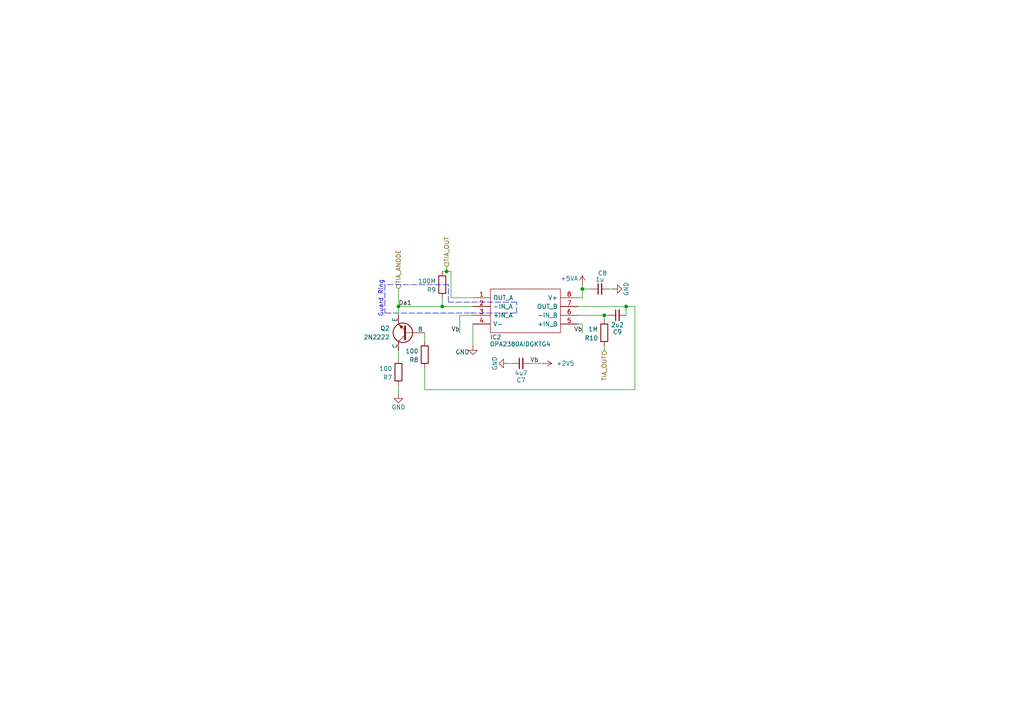
<source format=kicad_sch>
(kicad_sch (version 20231120) (generator "eeschema") (generator_version "8.0")
  (paper "A4")
  (lib_symbols
    (symbol "Device:C_Small" (pin_numbers hide) (pin_names (offset 0.254) hide)
      (property "Reference" "C" (at 0.254 1.778 0))
      (property "Value" "C_Small" (at 0.254 -2.032 0))
      (symbol "C_Small_0_1"
        (polyline (pts (xy -1.524 -0.508) (xy 1.524 -0.508)) (stroke (width 0.3302)))
        (polyline (pts (xy -1.524 0.508) (xy 1.524 0.508)) (stroke (width 0.3048)))
      )
      (symbol "C_Small_1_1"
        (pin passive line (at 0 2.54 270) (length 2.032) (name "~") (number "1"))
        (pin passive line (at 0 -2.54 90) (length 2.032) (name "~") (number "2"))
      )
    )
    (symbol "Device:R" (pin_numbers hide) (pin_names (offset 0))
      (property "Reference" "R" (at 2.032 0 90))
      (property "Value" "R" (at 0 0 90))
      (symbol "R_0_1"
        (rectangle (start -1.016 -2.54) (end 1.016 2.54) (stroke (width 0.254)))
      )
      (symbol "R_1_1"
        (pin passive line (at 0 3.81 270) (length 1.27) (name "~") (number "1"))
        (pin passive line (at 0 -3.81 90) (length 1.27) (name "~") (number "2"))
      )
    )
    (symbol "OPA2380AIDGKTG4:OPA2380AIDGKTG4" (pin_names (offset 0.762))
      (property "Reference" "IC" (at 26.67 7.62 0))
      (property "Value" "OPA2380AIDGKTG4" (at 26.67 5.08 0))
      (symbol "OPA2380AIDGKTG4_0_0"
        (pin passive line (at 0 0 0) (length 5.08) (name "OUT_A") (number "1"))
        (pin passive line (at 0 -2.54 0) (length 5.08) (name "-IN_A") (number "2"))
        (pin passive line (at 0 -5.08 0) (length 5.08) (name "+IN_A") (number "3"))
        (pin passive line (at 0 -7.62 0) (length 5.08) (name "V-") (number "4"))
        (pin passive line (at 30.48 -7.62 180) (length 5.08) (name "+IN_B") (number "5"))
        (pin passive line (at 30.48 -5.08 180) (length 5.08) (name "-IN_B") (number "6"))
        (pin passive line (at 30.48 -2.54 180) (length 5.08) (name "OUT_B") (number "7"))
        (pin passive line (at 30.48 0 180) (length 5.08) (name "V+") (number "8"))
      )
      (symbol "OPA2380AIDGKTG4_0_1"
        (polyline (pts (xy 5.08 2.54) (xy 25.4 2.54) (xy 25.4 -10.16) (xy 5.08 -10.16) (xy 5.08 2.54)) (stroke (width 0.1524)))
      )
    )
    (symbol "Simulation_SPICE:NPN" (pin_numbers hide) (pin_names (offset 0))
      (property "Reference" "Q" (at -2.54 7.62 0))
      (property "Value" "NPN" (at -2.54 5.08 0))
      (symbol "NPN_0_1"
        (polyline (pts (xy -2.54 0) (xy 0.635 0)) (stroke (width 0.1524)))
        (polyline (pts (xy 0.635 0.635) (xy 2.54 2.54)))
        (polyline (pts (xy 2.794 -1.27) (xy 2.794 -1.27)) (stroke (width 0.1524)))
        (polyline (pts (xy 2.794 -1.27) (xy 2.794 -1.27)) (stroke (width 0.1524)))
        (polyline (pts (xy 0.635 -0.635) (xy 2.54 -2.54) (xy 2.54 -2.54)))
        (polyline (pts (xy 0.635 1.905) (xy 0.635 -1.905) (xy 0.635 -1.905)) (stroke (width 0.508)))
        (polyline (pts (xy 1.27 -1.778) (xy 1.778 -1.27) (xy 2.286 -2.286) (xy 1.27 -1.778) (xy 1.27 -1.778)) (fill (type outline)))
        (circle (center 1.27 0) (radius 2.8194) (stroke (width 0.254)))
      )
      (symbol "NPN_1_1"
        (pin open_collector line (at 2.54 5.08 270) (length 2.54) (name "C") (number "1"))
        (pin input line (at -5.08 0 0) (length 2.54) (name "B") (number "2"))
        (pin open_emitter line (at 2.54 -5.08 90) (length 2.54) (name "E") (number "3"))
      )
    )
    (symbol "power:+2V5" (power) (pin_numbers hide) (pin_names (offset 0) hide)
      (property "Value" "+2V5" (at 0 3.556 0))
      (symbol "+2V5_0_1"
        (polyline (pts (xy -0.762 1.27) (xy 0 2.54)))
        (polyline (pts (xy 0 0) (xy 0 2.54)))
        (polyline (pts (xy 0 2.54) (xy 0.762 1.27)))
      )
      (symbol "+2V5_1_1"
        (pin power_in line (at 0 0 90) (length 0) (name "~") (number "1"))
      )
    )
    (symbol "power:+5VA" (power) (pin_numbers hide) (pin_names (offset 0) hide)
      (property "Value" "+5VA" (at 0 3.556 0))
      (symbol "+5VA_0_1"
        (polyline (pts (xy -0.762 1.27) (xy 0 2.54)))
        (polyline (pts (xy 0 0) (xy 0 2.54)))
        (polyline (pts (xy 0 2.54) (xy 0.762 1.27)))
      )
      (symbol "+5VA_1_1"
        (pin power_in line (at 0 0 90) (length 0) (name "~") (number "1"))
      )
    )
    (symbol "power:GND" (power) (pin_numbers hide) (pin_names (offset 0) hide)
      (property "Value" "GND" (at 0 -3.81 0))
      (symbol "GND_0_1"
        (polyline (pts (xy 0 0) (xy 0 -1.27) (xy 1.27 -1.27) (xy 0 -2.54) (xy -1.27 -1.27) (xy 0 -1.27)))
      )
      (symbol "GND_1_1"
        (pin power_in line (at 0 0 270) (length 0) (name "~") (number "1"))
      )
    )
  )
  (junction (at 168.91 83.82))
  (junction (at 129.54 78.74))
  (junction (at 115.57 88.9))
  (junction (at 128.27 88.9))
  (junction (at 175.26 91.44))
  (junction (at 181.61 88.9))
  (wire (pts (xy 128.27 86.36) (xy 128.27 88.9)))
  (wire (pts (xy 137.16 91.44) (xy 133.35 91.44)))
  (wire (pts (xy 123.19 96.52) (xy 123.19 99.06)))
  (wire (pts (xy 168.91 93.98) (xy 168.91 96.52)))
  (wire (pts (xy 129.54 77.47) (xy 129.54 78.74)))
  (wire (pts (xy 115.57 88.9) (xy 128.27 88.9)))
  (polyline (pts (xy 149.86 90.805) (xy 149.86 87.63)) (stroke (width 0) (type dash)))
  (wire (pts (xy 184.15 88.9) (xy 181.61 88.9)))
  (wire (pts (xy 167.64 88.9) (xy 181.61 88.9)))
  (wire (pts (xy 130.81 78.74) (xy 130.81 86.36)))
  (wire (pts (xy 175.26 101.6) (xy 175.26 100.33)))
  (polyline (pts (xy 149.86 87.63) (xy 130.175 87.63)) (stroke (width 0) (type dash)))
  (wire (pts (xy 153.67 105.41) (xy 157.48 105.41)))
  (wire (pts (xy 133.35 91.44) (xy 133.35 96.52)))
  (wire (pts (xy 130.81 86.36) (xy 137.16 86.36)))
  (polyline (pts (xy 130.048 82.55) (xy 111.633 82.55)) (stroke (width 0) (type dash)))
  (wire (pts (xy 168.91 93.98) (xy 167.64 93.98)))
  (wire (pts (xy 137.16 93.98) (xy 137.16 100.33)))
  (wire (pts (xy 115.57 111.76) (xy 115.57 114.3)))
  (polyline (pts (xy 111.633 82.55) (xy 111.633 90.805)) (stroke (width 0) (type dash)))
  (wire (pts (xy 167.64 91.44) (xy 175.26 91.44)))
  (wire (pts (xy 147.32 105.41) (xy 148.59 105.41)))
  (wire (pts (xy 115.57 83.82) (xy 115.57 88.9)))
  (wire (pts (xy 115.57 88.9) (xy 115.57 91.44)))
  (polyline (pts (xy 136.525 90.805) (xy 149.86 90.805)) (stroke (width 0) (type dash)))
  (wire (pts (xy 176.53 83.82) (xy 177.8 83.82)))
  (wire (pts (xy 115.57 101.6) (xy 115.57 104.14)))
  (wire (pts (xy 175.26 92.71) (xy 175.26 91.44)))
  (wire (pts (xy 123.19 113.03) (xy 184.15 113.03)))
  (wire (pts (xy 168.91 83.82) (xy 171.45 83.82)))
  (wire (pts (xy 184.15 113.03) (xy 184.15 88.9)))
  (wire (pts (xy 129.54 78.74) (xy 130.81 78.74)))
  (wire (pts (xy 168.91 86.36) (xy 167.64 86.36)))
  (wire (pts (xy 168.91 83.82) (xy 168.91 86.36)))
  (wire (pts (xy 123.19 113.03) (xy 123.19 106.68)))
  (wire (pts (xy 175.26 91.44) (xy 176.53 91.44)))
  (wire (pts (xy 168.91 82.55) (xy 168.91 83.82)))
  (wire (pts (xy 128.27 78.74) (xy 129.54 78.74)))
  (polyline (pts (xy 130.048 87.63) (xy 130.048 82.55)) (stroke (width 0) (type dash)))
  (wire (pts (xy 128.27 88.9) (xy 137.16 88.9)))
  (wire (pts (xy 181.61 88.9) (xy 181.61 91.44)))
  (polyline (pts (xy 111.76 90.805) (xy 137.16 90.805)) (stroke (width 0) (type dash)))
  (text "Guard Ring" (at 110.49 86.614 90) (effects (font (size 1.27 1.27))))
  (label "Vb" (at 133.35 96.52 180))
  (label "Vb" (at 168.91 96.52 180))
  (label "Vb" (at 156.21 105.41 180))
  (label "Da1" (at 115.57 88.9 0))
  (hierarchical_label "TIA_ANODE" (shape input) (at 115.57 83.82 90))
  (hierarchical_label "TIA_OUT" (shape input) (at 175.26 101.6 270))
  (hierarchical_label "TIA_OUT" (shape input) (at 129.54 77.47 90))
  (symbol (lib_id "Device:R") (at 123.19 102.87 180) (unit 1)
    (property "Reference" "R8" (at 121.412 104.394 0) (effects (justify left)))
    (property "Value" "100" (at 121.412 101.854 0) (effects (justify left)))
    (property "Footprint" "lib_fp:RESC3216X69N" (effects (hide yes)))
    (property "Description" "Resistor" (effects (hide yes)))
    (instances (project "speckle_amp_pcb_rev2" (path "" (reference "R8") (unit 1)) (path "" (reference "R3") (unit 1)) (path "" (reference "R12") (unit 1)) (path "" (reference "R26") (unit 1)) (path "" (reference "R30") (unit 1)) (path "" (reference "R34") (unit 1)) (path "" (reference "R38") (unit 1)) (path "" (reference "R42") (unit 1)) (path "" (reference "R46") (unit 1))))
  )
  (symbol (lib_id "power:GND") (at 147.32 105.41 270) (unit 1)
    (property "Reference" "#PWR013" (effects (hide yes)))
    (property "Value" "GND" (at 143.51 105.41 0))
    (property "Description" "Power symbol creates a global label with name \"GND\" , ground" (effects (hide yes)))
    (instances (project "speckle_amp_pcb_rev2" (path "" (reference "#PWR013") (unit 1)) (path "" (reference "#PWR09") (unit 1)) (path "" (reference "#PWR033") (unit 1)) (path "" (reference "#PWR041") (unit 1)) (path "" (reference "#PWR047") (unit 1)) (path "" (reference "#PWR053") (unit 1)) (path "" (reference "#PWR059") (unit 1)) (path "" (reference "#PWR065") (unit 1)) (path "" (reference "#PWR071") (unit 1))))
  )
  (symbol (lib_id "power:+2V5") (at 157.48 105.41 270) (unit 1)
    (property "Reference" "#PWR025" (effects (hide yes)))
    (property "Value" "+2V5" (at 161.29 105.4099 90) (effects (justify left)))
    (property "Description" "Power symbol creates a global label with name \"+2V5\"" (effects (hide yes)))
    (instances (project "speckle_amp_pcb_rev2" (path "" (reference "#PWR025") (unit 1)) (path "" (reference "#PWR010") (unit 1)) (path "" (reference "#PWR034") (unit 1)) (path "" (reference "#PWR042") (unit 1)) (path "" (reference "#PWR048") (unit 1)) (path "" (reference "#PWR054") (unit 1)) (path "" (reference "#PWR060") (unit 1)) (path "" (reference "#PWR066") (unit 1)) (path "" (reference "#PWR072") (unit 1))))
  )
  (symbol (lib_id "Device:R") (at 175.26 96.52 180) (unit 1)
    (property "Reference" "R10" (at 173.482 98.044 0) (effects (justify left)))
    (property "Value" "1M" (at 173.482 95.504 0) (effects (justify left)))
    (property "Footprint" "lib_fp:RESC3216X69N" (effects (hide yes)))
    (property "Description" "Resistor" (effects (hide yes)))
    (instances (project "speckle_amp_pcb_rev2" (path "" (reference "R10") (unit 1)) (path "" (reference "R6") (unit 1)) (path "" (reference "R23") (unit 1)) (path "" (reference "R28") (unit 1)) (path "" (reference "R32") (unit 1)) (path "" (reference "R36") (unit 1)) (path "" (reference "R40") (unit 1)) (path "" (reference "R44") (unit 1)) (path "" (reference "R48") (unit 1))))
  )
  (symbol (lib_id "Device:R") (at 115.57 107.95 180) (unit 1)
    (property "Reference" "R7" (at 113.792 109.474 0) (effects (justify left)))
    (property "Value" "100" (at 113.792 106.934 0) (effects (justify left)))
    (property "Footprint" "lib_fp:RESC3216X69N" (effects (hide yes)))
    (property "Description" "Resistor" (effects (hide yes)))
    (instances (project "speckle_amp_pcb_rev2" (path "" (reference "R7") (unit 1)) (path "" (reference "R1") (unit 1)) (path "" (reference "R11") (unit 1)) (path "" (reference "R25") (unit 1)) (path "" (reference "R29") (unit 1)) (path "" (reference "R33") (unit 1)) (path "" (reference "R37") (unit 1)) (path "" (reference "R41") (unit 1)) (path "" (reference "R45") (unit 1))))
  )
  (symbol (lib_id "power:GND") (at 115.57 114.3 0) (unit 1)
    (property "Reference" "#PWR03" (effects (hide yes)))
    (property "Value" "GND" (at 115.57 118.11 0))
    (property "Description" "Power symbol creates a global label with name \"GND\" , ground" (effects (hide yes)))
    (instances (project "speckle_amp_pcb_rev2" (path "" (reference "#PWR03") (unit 1)) (path "" (reference "#PWR04") (unit 1)) (path "" (reference "#PWR031") (unit 1)) (path "" (reference "#PWR037") (unit 1)) (path "" (reference "#PWR045") (unit 1)) (path "" (reference "#PWR051") (unit 1)) (path "" (reference "#PWR057") (unit 1)) (path "" (reference "#PWR063") (unit 1)) (path "" (reference "#PWR069") (unit 1))))
  )
  (symbol (lib_id "power:+5VA") (at 168.91 82.55 0) (unit 1)
    (property "Reference" "#PWR029" (effects (hide yes)))
    (property "Value" "+5VA" (at 165.1 80.772 0))
    (property "Description" "Power symbol creates a global label with name \"+5VA\"" (effects (hide yes)))
    (instances (project "speckle_amp_pcb_rev2" (path "" (reference "#PWR029") (unit 1)) (path "" (reference "#PWR011") (unit 1)) (path "" (reference "#PWR035") (unit 1)) (path "" (reference "#PWR043") (unit 1)) (path "" (reference "#PWR049") (unit 1)) (path "" (reference "#PWR055") (unit 1)) (path "" (reference "#PWR061") (unit 1)) (path "" (reference "#PWR067") (unit 1)) (path "" (reference "#PWR073") (unit 1))))
  )
  (symbol (lib_id "power:GND") (at 137.16 100.33 0) (unit 1)
    (property "Reference" "#PWR012" (effects (hide yes)))
    (property "Value" "GND" (at 134.112 102.108 0))
    (property "Description" "Power symbol creates a global label with name \"GND\" , ground" (effects (hide yes)))
    (instances (project "speckle_amp_pcb_rev2" (path "" (reference "#PWR012") (unit 1)) (path "" (reference "#PWR08") (unit 1)) (path "" (reference "#PWR032") (unit 1)) (path "" (reference "#PWR040") (unit 1)) (path "" (reference "#PWR046") (unit 1)) (path "" (reference "#PWR052") (unit 1)) (path "" (reference "#PWR058") (unit 1)) (path "" (reference "#PWR064") (unit 1)) (path "" (reference "#PWR070") (unit 1))))
  )
  (symbol (lib_id "Device:C_Small") (at 173.99 83.82 90) (unit 1)
    (property "Reference" "C8" (at 174.752 79.248 90))
    (property "Value" "1u" (at 173.99 81.026 90))
    (property "Footprint" "Capacitor_SMD:C_0603_1608Metric" (effects (hide yes)))
    (property "Description" "Unpolarized capacitor, small symbol" (effects (hide yes)))
    (instances (project "speckle_amp_pcb_rev2" (path "" (reference "C8") (unit 1)) (path "" (reference "C5") (unit 1)) (path "" (reference "C20") (unit 1)) (path "" (reference "C24") (unit 1)) (path "" (reference "C27") (unit 1)) (path "" (reference "C30") (unit 1)) (path "" (reference "C33") (unit 1)) (path "" (reference "C36") (unit 1)) (path "" (reference "C39") (unit 1))))
  )
  (symbol (lib_id "Device:C_Small") (at 151.13 105.41 90) (unit 1)
    (property "Reference" "C7" (at 151.13 110.236 90))
    (property "Value" "4u7" (at 151.13 108.204 90))
    (property "Footprint" "Capacitor_SMD:C_0603_1608Metric" (effects (hide yes)))
    (property "Description" "Unpolarized capacitor, small symbol" (effects (hide yes)))
    (instances (project "speckle_amp_pcb_rev2" (path "" (reference "C7") (unit 1)) (path "" (reference "C4") (unit 1)) (path "" (reference "C10") (unit 1)) (path "" (reference "C23") (unit 1)) (path "" (reference "C26") (unit 1)) (path "" (reference "C29") (unit 1)) (path "" (reference "C32") (unit 1)) (path "" (reference "C35") (unit 1)) (path "" (reference "C38") (unit 1))))
  )
  (symbol (lib_id "power:GND") (at 177.8 83.82 90) (unit 1)
    (property "Reference" "#PWR030" (effects (hide yes)))
    (property "Value" "GND" (at 181.61 83.82 0))
    (property "Description" "Power symbol creates a global label with name \"GND\" , ground" (effects (hide yes)))
    (instances (project "speckle_amp_pcb_rev2" (path "" (reference "#PWR030") (unit 1)) (path "" (reference "#PWR028") (unit 1)) (path "" (reference "#PWR036") (unit 1)) (path "" (reference "#PWR044") (unit 1)) (path "" (reference "#PWR050") (unit 1)) (path "" (reference "#PWR056") (unit 1)) (path "" (reference "#PWR062") (unit 1)) (path "" (reference "#PWR068") (unit 1)) (path "" (reference "#PWR074") (unit 1))))
  )
  (symbol (lib_id "OPA2380AIDGKTG4:OPA2380AIDGKTG4") (at 137.16 86.36 0) (unit 1)
    (property "Reference" "IC2" (at 143.764 97.79 0))
    (property "Value" "OPA2380AIDGKTG4" (at 150.876 99.822 0))
    (property "Footprint" "lib_fp:SOP65P490X110-8N" (effects (hide yes)))
    (property "Datasheet" "http://www.ti.com/general/docs/lit/getliterature.tsp?genericPartNumber=OPA2380&amp;&amp;fileType=pdf" (effects (hide yes)))
    (property "Description" "TEXAS INSTRUMENTS - OPA2380AIDGKTG4 - IC, TRANSIMPEDANCE AMP, 90MHZ, MSOP-8, FULL REEL" (effects (hide yes)))
    (property "Height" "1.1" (effects (hide yes)))
    (property "Manufacturer_Name" "Texas Instruments" (effects (hide yes)))
    (property "Manufacturer_Part_Number" "OPA2380AIDGKTG4" (effects (hide yes)))
    (property "Mouser Part Number" "595-OPA2380AIDGKTG4" (effects (hide yes)))
    (property "Mouser Price/Stock" "https://www.mouser.co.uk/ProductDetail/Texas-Instruments/OPA2380AIDGKTG4?qs=7nS3%252BbEUL6tW2v0dCYfjNw%3D%3D" (effects (hide yes)))
    (property "Arrow Part Number" "OPA2380AIDGKTG4" (effects (hide yes)))
    (property "Arrow Price/Stock" "https://www.arrow.com/en/products/opa2380aidgktg4/texas-instruments" (effects (hide yes)))
    (instances (project "speckle_amp_pcb_rev2" (path "" (reference "IC2") (unit 1)) (path "" (reference "IC1") (unit 1)) (path "" (reference "IC3") (unit 1)) (path "" (reference "IC4") (unit 1)) (path "" (reference "IC5") (unit 1)) (path "" (reference "IC7") (unit 1)) (path "" (reference "IC8") (unit 1)) (path "" (reference "IC9") (unit 1)) (path "" (reference "IC10") (unit 1))))
  )
  (symbol (lib_id "Device:C_Small") (at 179.07 91.44 90) (unit 1)
    (property "Reference" "C9" (at 179.07 96.266 90))
    (property "Value" "2u2" (at 179.07 94.234 90))
    (property "Footprint" "Capacitor_SMD:C_0603_1608Metric" (effects (hide yes)))
    (property "Description" "Unpolarized capacitor, small symbol" (effects (hide yes)))
    (instances (project "speckle_amp_pcb_rev2" (path "" (reference "C9") (unit 1)) (path "" (reference "C6") (unit 1)) (path "" (reference "C22") (unit 1)) (path "" (reference "C25") (unit 1)) (path "" (reference "C28") (unit 1)) (path "" (reference "C31") (unit 1)) (path "" (reference "C34") (unit 1)) (path "" (reference "C37") (unit 1)) (path "" (reference "C40") (unit 1))))
  )
  (symbol (lib_id "Device:R") (at 128.27 82.55 180) (unit 1)
    (property "Reference" "R9" (at 126.492 84.074 0) (effects (justify left)))
    (property "Value" "100M" (at 126.492 81.534 0) (effects (justify left)))
    (property "Footprint" "lib_fp:RESC3216X69N" (effects (hide yes)))
    (property "Description" "Resistor" (effects (hide yes)))
    (instances (project "speckle_amp_pcb_rev2" (path "" (reference "R9") (unit 1)) (path "" (reference "R5") (unit 1)) (path "" (reference "R22") (unit 1)) (path "" (reference "R27") (unit 1)) (path "" (reference "R31") (unit 1)) (path "" (reference "R35") (unit 1)) (path "" (reference "R39") (unit 1)) (path "" (reference "R43") (unit 1)) (path "" (reference "R47") (unit 1))))
  )
  (symbol (lib_id "Simulation_SPICE:NPN") (at 118.11 96.52 180) (unit 1)
    (property "Reference" "Q2" (at 113.03 95.2499 0) (effects (justify left)))
    (property "Value" "2N2222" (at 113.03 97.7899 0) (effects (justify left)))
    (property "Datasheet" "https://ngspice.sourceforge.io/docs/ngspice-html-manual/manual.xhtml#cha_BJTs" (effects (hide yes)))
    (property "Description" "Bipolar transistor symbol for simulation only, substrate tied to the emitter" (effects (hide yes)))
    (property "Sim.Device" "NPN" (effects (hide yes)))
    (property "Sim.Type" "GUMMELPOON" (effects (hide yes)))
    (property "Sim.Pins" "1=C 2=B 3=E" (effects (hide yes)))
    (instances (project "speckle_amp_pcb_rev2" (path "" (reference "Q2") (unit 1)) (path "" (reference "Q1") (unit 1)) (path "" (reference "Q3") (unit 1)) (path "" (reference "Q4") (unit 1)) (path "" (reference "Q5") (unit 1)) (path "" (reference "Q6") (unit 1)) (path "" (reference "Q7") (unit 1)) (path "" (reference "Q8") (unit 1)) (path "" (reference "Q9") (unit 1))))
  )
)
</source>
